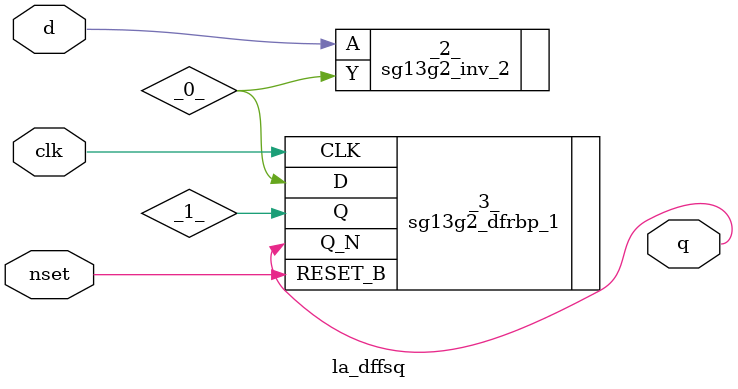
<source format=v>

/* Generated by Yosys 0.44 (git sha1 80ba43d26, g++ 11.4.0-1ubuntu1~22.04 -fPIC -O3) */

(* top =  1  *)
(* src = "generated" *)
module la_dffsq (
    d,
    clk,
    nset,
    q
);
  wire _0_;
  (* unused_bits = "0" *)
  wire _1_;
  (* src = "generated" *)
  input clk;
  wire clk;
  (* src = "generated" *)
  input d;
  wire d;
  (* src = "generated" *)
  input nset;
  wire nset;
  (* src = "generated" *)
  output q;
  wire q;
  sg13g2_inv_2 _2_ (
      .A(d),
      .Y(_0_)
  );
  (* src = "generated" *)
  sg13g2_dfrbp_1 _3_ (
      .CLK(clk),
      .D(_0_),
      .Q(_1_),
      .Q_N(q),
      .RESET_B(nset)
  );
endmodule

</source>
